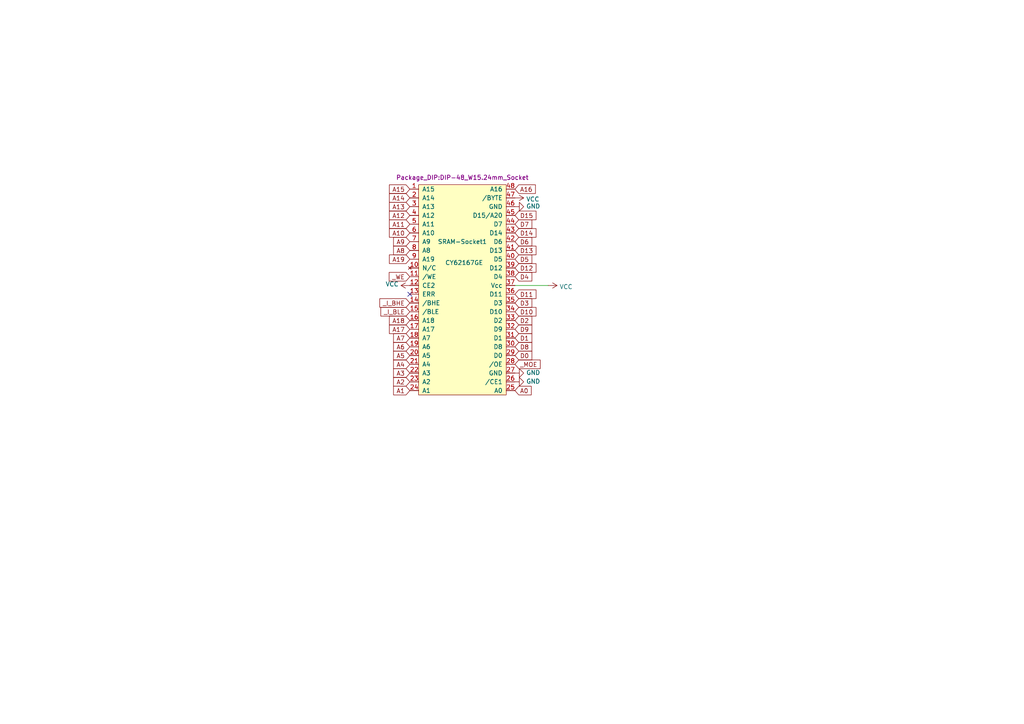
<source format=kicad_sch>
(kicad_sch (version 20230121) (generator eeschema)
  (paper "A4")
  (lib_symbols
    (symbol "SRAM:CY62167GE" (pin_names (offset 1.016))
      (property "Reference" "U" (at 11.43 20.32 0))
      (property "Value" "CY62167GE" (at -2.54 -13.97 90))
      (property "Footprint" "Package_SO:TSOP-I-48_18.4x12mm_P0.5mm" (at 2.54 -12.7 90))
      (symbol "CY62167GE_0_0"
        (pin input line (at -15.24 15.24 0) (length 2.54) (name "A15") (number "1"))
        (pin no_connect line (at -15.24 -7.62 0) (length 2.54) (name "N/C") (number "10"))
        (pin input line (at -15.24 -10.16 0) (length 2.54) (name "/WE") (number "11"))
        (pin input line (at -15.24 -12.7 0) (length 2.54) (name "CE2") (number "12"))
        (pin output line (at -15.24 -15.24 0) (length 2.54) (name "ERR") (number "13"))
        (pin input line (at -15.24 -17.78 0) (length 2.54) (name "/BHE") (number "14"))
        (pin input line (at -15.24 -20.32 0) (length 2.54) (name "/BLE") (number "15"))
        (pin input line (at -15.24 -22.86 0) (length 2.54) (name "A18") (number "16"))
        (pin input line (at -15.24 -25.4 0) (length 2.54) (name "A17") (number "17"))
        (pin input line (at -15.24 -27.94 0) (length 2.54) (name "A7") (number "18"))
        (pin input line (at -15.24 -30.48 0) (length 2.54) (name "A6") (number "19"))
        (pin input line (at -15.24 12.7 0) (length 2.54) (name "A14") (number "2"))
        (pin input line (at -15.24 -33.02 0) (length 2.54) (name "A5") (number "20"))
        (pin input line (at -15.24 -35.56 0) (length 2.54) (name "A4") (number "21"))
        (pin input line (at -15.24 -38.1 0) (length 2.54) (name "A3") (number "22"))
        (pin input line (at -15.24 -40.64 0) (length 2.54) (name "A2") (number "23"))
        (pin input line (at -15.24 -43.18 0) (length 2.54) (name "A1") (number "24"))
        (pin input line (at 15.24 -43.18 180) (length 2.54) (name "A0") (number "25"))
        (pin input line (at 15.24 -40.64 180) (length 2.54) (name "/CE1") (number "26"))
        (pin passive line (at 15.24 -38.1 180) (length 2.54) (name "GND") (number "27"))
        (pin input line (at 15.24 -35.56 180) (length 2.54) (name "/OE") (number "28"))
        (pin bidirectional line (at 15.24 -33.02 180) (length 2.54) (name "D0") (number "29"))
        (pin input line (at -15.24 10.16 0) (length 2.54) (name "A13") (number "3"))
        (pin bidirectional line (at 15.24 -30.48 180) (length 2.54) (name "D8") (number "30"))
        (pin bidirectional line (at 15.24 -27.94 180) (length 2.54) (name "D1") (number "31"))
        (pin bidirectional line (at 15.24 -25.4 180) (length 2.54) (name "D9") (number "32"))
        (pin bidirectional line (at 15.24 -22.86 180) (length 2.54) (name "D2") (number "33"))
        (pin bidirectional line (at 15.24 -20.32 180) (length 2.54) (name "D10") (number "34"))
        (pin bidirectional line (at 15.24 -17.78 180) (length 2.54) (name "D3") (number "35"))
        (pin bidirectional line (at 15.24 -15.24 180) (length 2.54) (name "D11") (number "36"))
        (pin power_in line (at 15.24 -12.7 180) (length 2.54) (name "Vcc") (number "37"))
        (pin bidirectional line (at 15.24 -10.16 180) (length 2.54) (name "D4") (number "38"))
        (pin bidirectional line (at 15.24 -7.62 180) (length 2.54) (name "D12") (number "39"))
        (pin input line (at -15.24 7.62 0) (length 2.54) (name "A12") (number "4"))
        (pin bidirectional line (at 15.24 -5.08 180) (length 2.54) (name "D5") (number "40"))
        (pin bidirectional line (at 15.24 -2.54 180) (length 2.54) (name "D13") (number "41"))
        (pin bidirectional line (at 15.24 0 180) (length 2.54) (name "D6") (number "42"))
        (pin bidirectional line (at 15.24 2.54 180) (length 2.54) (name "D14") (number "43"))
        (pin bidirectional line (at 15.24 5.08 180) (length 2.54) (name "D7") (number "44"))
        (pin bidirectional line (at 15.24 7.62 180) (length 2.54) (name "D15/A20") (number "45"))
        (pin passive line (at 15.24 10.16 180) (length 2.54) (name "GND") (number "46"))
        (pin input line (at 15.24 12.7 180) (length 2.54) (name "/BYTE") (number "47"))
        (pin input line (at 15.24 15.24 180) (length 2.54) (name "A16") (number "48"))
        (pin input line (at -15.24 5.08 0) (length 2.54) (name "A11") (number "5"))
        (pin input line (at -15.24 2.54 0) (length 2.54) (name "A10") (number "6"))
        (pin input line (at -15.24 0 0) (length 2.54) (name "A9") (number "7"))
        (pin input line (at -15.24 -2.54 0) (length 2.54) (name "A8") (number "8"))
        (pin input line (at -15.24 -5.08 0) (length 2.54) (name "A19") (number "9"))
      )
      (symbol "CY62167GE_0_1"
        (rectangle (start -12.7 16.51) (end 12.7 -44.45) (fill (type background)))
      )
    )
    (symbol "power:GND" (power) (pin_names (offset 0))
      (property "Value" "GND" (at 0 -3.81 0))
      (symbol "GND_0_1"
        (polyline (pts (xy 0 0) (xy 0 -1.27) (xy 1.27 -1.27) (xy 0 -2.54) (xy -1.27 -1.27) (xy 0 -1.27)))
      )
      (symbol "GND_1_1"
        (pin power_in line (at 0 0 270) (length 0) hide (name "GND") (number "1"))
      )
    )
    (symbol "power:VCC" (power) (pin_names (offset 0))
      (property "Value" "VCC" (at 0 3.81 0))
      (symbol "VCC_0_1"
        (polyline (pts (xy -0.762 1.27) (xy 0 2.54)))
        (polyline (pts (xy 0 0) (xy 0 2.54)))
        (polyline (pts (xy 0 2.54) (xy 0.762 1.27)))
      )
      (symbol "VCC_1_1"
        (pin power_in line (at 0 0 90) (length 0) hide (name "VCC") (number "1"))
      )
    )
  )
  (no_connect (at 118.872 85.344))
  (wire (pts (xy 159.004 82.804) (xy 149.352 82.804)))
  (global_label "A16" (shape input) (at 149.352 54.864 0) (property "Intersheetrefs" "${INTERSHEET_REFS}" (effects hide)))
  (global_label "D2" (shape input) (at 149.352 92.964 0) (property "Intersheetrefs" "${INTERSHEET_REFS}" (effects hide)))
  (global_label "D6" (shape input) (at 149.352 70.104 0) (property "Intersheetrefs" "${INTERSHEET_REFS}" (effects hide)))
  (global_label "_I_BHE" (shape input) (at 118.872 87.884 180) (property "Intersheetrefs" "${INTERSHEET_REFS}" (effects hide)))
  (global_label "D0" (shape input) (at 149.352 103.124 0) (property "Intersheetrefs" "${INTERSHEET_REFS}" (effects hide)))
  (global_label "D12" (shape input) (at 149.352 77.724 0) (property "Intersheetrefs" "${INTERSHEET_REFS}" (effects hide)))
  (global_label "A15" (shape input) (at 118.872 54.864 180) (property "Intersheetrefs" "${INTERSHEET_REFS}" (effects hide)))
  (global_label "D11" (shape input) (at 149.352 85.344 0) (property "Intersheetrefs" "${INTERSHEET_REFS}" (effects hide)))
  (global_label "D3" (shape input) (at 149.352 87.884 0) (property "Intersheetrefs" "${INTERSHEET_REFS}" (effects hide)))
  (global_label "A19" (shape input) (at 118.872 75.184 180) (property "Intersheetrefs" "${INTERSHEET_REFS}" (effects hide)))
  (global_label "D4" (shape input) (at 149.352 80.264 0) (property "Intersheetrefs" "${INTERSHEET_REFS}" (effects hide)))
  (global_label "_MOE" (shape input) (at 149.352 105.664 0) (property "Intersheetrefs" "${INTERSHEET_REFS}" (effects hide)))
  (global_label "_WE" (shape input) (at 118.872 80.264 180) (property "Intersheetrefs" "${INTERSHEET_REFS}" (effects hide)))
  (global_label "D14" (shape input) (at 149.352 67.564 0) (property "Intersheetrefs" "${INTERSHEET_REFS}" (effects hide)))
  (global_label "D10" (shape input) (at 149.352 90.424 0) (property "Intersheetrefs" "${INTERSHEET_REFS}" (effects hide)))
  (global_label "A12" (shape input) (at 118.872 62.484 180) (property "Intersheetrefs" "${INTERSHEET_REFS}" (effects hide)))
  (global_label "D7" (shape input) (at 149.352 65.024 0) (property "Intersheetrefs" "${INTERSHEET_REFS}" (effects hide)))
  (global_label "A18" (shape input) (at 118.872 92.964 180) (property "Intersheetrefs" "${INTERSHEET_REFS}" (effects hide)))
  (global_label "A4" (shape input) (at 118.872 105.664 180) (property "Intersheetrefs" "${INTERSHEET_REFS}" (effects hide)))
  (global_label "A3" (shape input) (at 118.872 108.204 180) (property "Intersheetrefs" "${INTERSHEET_REFS}" (effects hide)))
  (global_label "A0" (shape input) (at 149.352 113.284 0) (property "Intersheetrefs" "${INTERSHEET_REFS}" (effects hide)))
  (global_label "A9" (shape input) (at 118.872 70.104 180) (property "Intersheetrefs" "${INTERSHEET_REFS}" (effects hide)))
  (global_label "A17" (shape input) (at 118.872 95.504 180) (property "Intersheetrefs" "${INTERSHEET_REFS}" (effects hide)))
  (global_label "D13" (shape input) (at 149.352 72.644 0) (property "Intersheetrefs" "${INTERSHEET_REFS}" (effects hide)))
  (global_label "D8" (shape input) (at 149.352 100.584 0) (property "Intersheetrefs" "${INTERSHEET_REFS}" (effects hide)))
  (global_label "A5" (shape input) (at 118.872 103.124 180) (property "Intersheetrefs" "${INTERSHEET_REFS}" (effects hide)))
  (global_label "D1" (shape input) (at 149.352 98.044 0) (property "Intersheetrefs" "${INTERSHEET_REFS}" (effects hide)))
  (global_label "D9" (shape input) (at 149.352 95.504 0) (property "Intersheetrefs" "${INTERSHEET_REFS}" (effects hide)))
  (global_label "_I_BLE" (shape input) (at 118.872 90.424 180) (property "Intersheetrefs" "${INTERSHEET_REFS}" (effects hide)))
  (global_label "A13" (shape input) (at 118.872 59.944 180) (property "Intersheetrefs" "${INTERSHEET_REFS}" (effects hide)))
  (global_label "A6" (shape input) (at 118.872 100.584 180) (property "Intersheetrefs" "${INTERSHEET_REFS}" (effects hide)))
  (global_label "A2" (shape input) (at 118.872 110.744 180) (property "Intersheetrefs" "${INTERSHEET_REFS}" (effects hide)))
  (global_label "A14" (shape input) (at 118.872 57.404 180) (property "Intersheetrefs" "${INTERSHEET_REFS}" (effects hide)))
  (global_label "D15" (shape input) (at 149.352 62.484 0) (property "Intersheetrefs" "${INTERSHEET_REFS}" (effects hide)))
  (global_label "A10" (shape input) (at 118.872 67.564 180) (property "Intersheetrefs" "${INTERSHEET_REFS}" (effects hide)))
  (global_label "A11" (shape input) (at 118.872 65.024 180) (property "Intersheetrefs" "${INTERSHEET_REFS}" (effects hide)))
  (global_label "A8" (shape input) (at 118.872 72.644 180) (property "Intersheetrefs" "${INTERSHEET_REFS}" (effects hide)))
  (global_label "A1" (shape input) (at 118.872 113.284 180) (property "Intersheetrefs" "${INTERSHEET_REFS}" (effects hide)))
  (global_label "D5" (shape input) (at 149.352 75.184 0) (property "Intersheetrefs" "${INTERSHEET_REFS}" (effects hide)))
  (global_label "A7" (shape input) (at 118.872 98.044 180) (property "Intersheetrefs" "${INTERSHEET_REFS}" (effects hide)))
  (symbol (lib_id "power:GND") (at 149.352 108.204 90) (unit 1)
    (property "Reference" "#PWR0106" (effects hide))
    (property "Value" "GND" (at 152.6032 108.077 90) (effects (justify right)))
    (instances (project "Apricot-Xi-Expansion-RAM" (path "" (reference "#PWR0106") (unit 1)) (path "" (reference "#PWR?") (unit 1))))
  )
  (symbol (lib_id "power:VCC") (at 159.004 82.804 270) (unit 1)
    (property "Reference" "#PWR0107" (effects hide))
    (property "Value" "VCC" (at 162.2552 83.185 90) (effects (justify left)))
    (instances (project "Apricot-Xi-Expansion-RAM" (path "" (reference "#PWR0107") (unit 1)) (path "" (reference "#PWR?") (unit 1))))
  )
  (symbol (lib_id "power:GND") (at 149.352 59.944 90) (unit 1)
    (property "Reference" "#PWR0108" (effects hide))
    (property "Value" "GND" (at 152.6032 59.817 90) (effects (justify right)))
    (instances (project "Apricot-Xi-Expansion-RAM" (path "" (reference "#PWR0108") (unit 1)) (path "" (reference "#PWR?") (unit 1))))
  )
  (symbol (lib_id "power:GND") (at 149.352 110.744 90) (unit 1)
    (property "Reference" "#PWR0109" (effects hide))
    (property "Value" "GND" (at 152.6032 110.617 90) (effects (justify right)))
    (instances (project "Apricot-Xi-Expansion-RAM" (path "" (reference "#PWR0109") (unit 1)) (path "" (reference "#PWR?") (unit 1))))
  )
  (symbol (lib_id "power:VCC") (at 149.352 57.404 270) (unit 1)
    (property "Reference" "#PWR0110" (effects hide))
    (property "Value" "VCC" (at 152.6032 57.785 90) (effects (justify left)))
    (instances (project "Apricot-Xi-Expansion-RAM" (path "" (reference "#PWR0110") (unit 1)) (path "" (reference "#PWR?") (unit 1))))
  )
  (symbol (lib_id "SRAM:CY62167GE") (at 134.112 70.104 0) (unit 1)
    (property "Reference" "SRAM-Socket1" (at 134.112 70.104 0))
    (property "Value" "CY62167GE" (at 134.62 76.2 0))
    (property "Footprint" "Package_DIP:DIP-48_W15.24mm_Socket" (at 134.112 51.4858 0))
    (instances (project "Apricot-Xi-Expansion-RAM" (path "" (reference "SRAM-Socket1") (unit 1)) (path "" (reference "SRAM?") (unit 1))))
  )
  (symbol (lib_id "power:VCC") (at 118.872 82.804 90) (unit 1)
    (property "Reference" "#PWR0120" (effects hide))
    (property "Value" "VCC" (at 115.6462 82.423 90) (effects (justify left)))
  )
)
</source>
